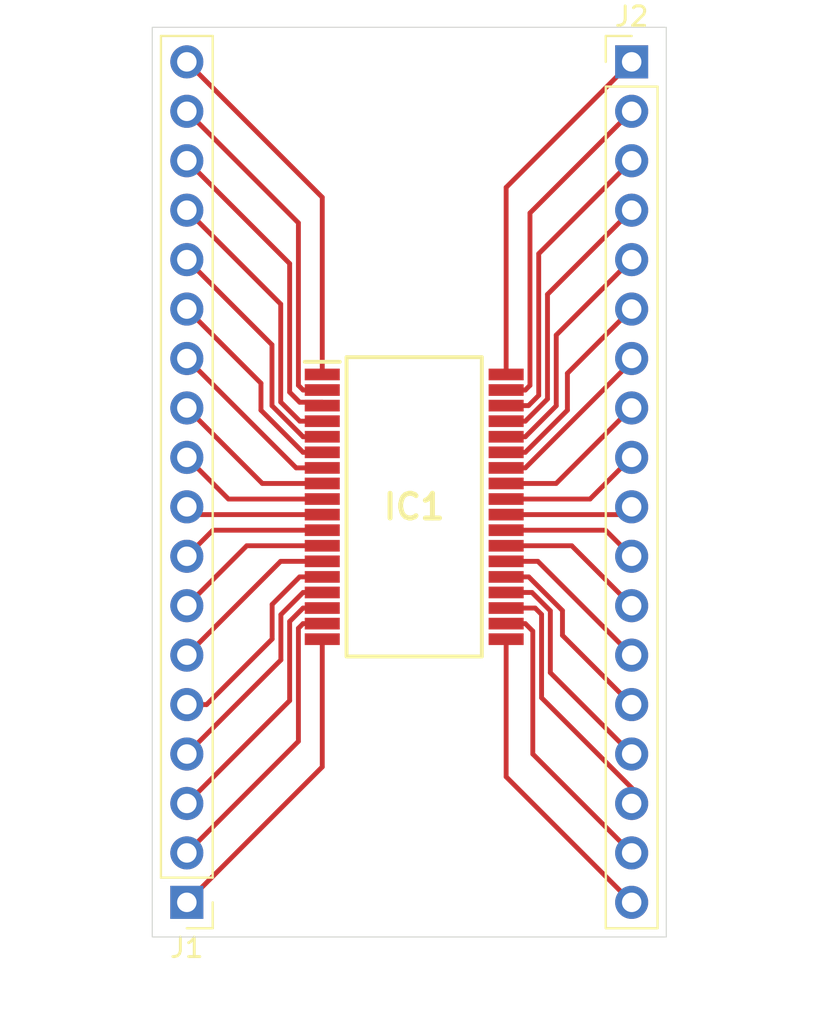
<source format=kicad_pcb>
(kicad_pcb (version 20171130) (host pcbnew "(5.1.9)-1")

  (general
    (thickness 1.6)
    (drawings 5)
    (tracks 112)
    (zones 0)
    (modules 3)
    (nets 37)
  )

  (page A4)
  (layers
    (0 F.Cu signal)
    (31 B.Cu signal)
    (32 B.Adhes user)
    (33 F.Adhes user)
    (34 B.Paste user)
    (35 F.Paste user)
    (36 B.SilkS user)
    (37 F.SilkS user)
    (38 B.Mask user)
    (39 F.Mask user)
    (40 Dwgs.User user)
    (41 Cmts.User user)
    (42 Eco1.User user)
    (43 Eco2.User user)
    (44 Edge.Cuts user)
    (45 Margin user)
    (46 B.CrtYd user)
    (47 F.CrtYd user)
    (48 B.Fab user)
    (49 F.Fab user)
  )

  (setup
    (last_trace_width 0.25)
    (trace_clearance 0.2)
    (zone_clearance 0.508)
    (zone_45_only no)
    (trace_min 0.2)
    (via_size 0.8)
    (via_drill 0.4)
    (via_min_size 0.4)
    (via_min_drill 0.3)
    (uvia_size 0.3)
    (uvia_drill 0.1)
    (uvias_allowed no)
    (uvia_min_size 0.2)
    (uvia_min_drill 0.1)
    (edge_width 0.05)
    (segment_width 0.2)
    (pcb_text_width 0.3)
    (pcb_text_size 1.5 1.5)
    (mod_edge_width 0.12)
    (mod_text_size 1 1)
    (mod_text_width 0.15)
    (pad_size 1.524 1.524)
    (pad_drill 0.762)
    (pad_to_mask_clearance 0)
    (aux_axis_origin 0 0)
    (visible_elements 7FFFFFFF)
    (pcbplotparams
      (layerselection 0x010fc_ffffffff)
      (usegerberextensions false)
      (usegerberattributes true)
      (usegerberadvancedattributes true)
      (creategerberjobfile true)
      (excludeedgelayer true)
      (linewidth 0.100000)
      (plotframeref false)
      (viasonmask false)
      (mode 1)
      (useauxorigin false)
      (hpglpennumber 1)
      (hpglpenspeed 20)
      (hpglpendiameter 15.000000)
      (psnegative false)
      (psa4output false)
      (plotreference true)
      (plotvalue true)
      (plotinvisibletext false)
      (padsonsilk false)
      (subtractmaskfromsilk false)
      (outputformat 1)
      (mirror false)
      (drillshape 0)
      (scaleselection 1)
      (outputdirectory "./"))
  )

  (net 0 "")
  (net 1 "Net-(IC1-Pad36)")
  (net 2 "Net-(IC1-Pad35)")
  (net 3 "Net-(IC1-Pad34)")
  (net 4 "Net-(IC1-Pad33)")
  (net 5 "Net-(IC1-Pad32)")
  (net 6 "Net-(IC1-Pad31)")
  (net 7 "Net-(IC1-Pad30)")
  (net 8 "Net-(IC1-Pad29)")
  (net 9 "Net-(IC1-Pad28)")
  (net 10 "Net-(IC1-Pad27)")
  (net 11 "Net-(IC1-Pad26)")
  (net 12 "Net-(IC1-Pad25)")
  (net 13 "Net-(IC1-Pad24)")
  (net 14 "Net-(IC1-Pad23)")
  (net 15 "Net-(IC1-Pad22)")
  (net 16 "Net-(IC1-Pad21)")
  (net 17 "Net-(IC1-Pad20)")
  (net 18 "Net-(IC1-Pad19)")
  (net 19 "Net-(IC1-Pad18)")
  (net 20 "Net-(IC1-Pad17)")
  (net 21 "Net-(IC1-Pad16)")
  (net 22 "Net-(IC1-Pad15)")
  (net 23 "Net-(IC1-Pad14)")
  (net 24 "Net-(IC1-Pad13)")
  (net 25 "Net-(IC1-Pad12)")
  (net 26 "Net-(IC1-Pad11)")
  (net 27 "Net-(IC1-Pad10)")
  (net 28 "Net-(IC1-Pad9)")
  (net 29 "Net-(IC1-Pad8)")
  (net 30 "Net-(IC1-Pad7)")
  (net 31 "Net-(IC1-Pad6)")
  (net 32 "Net-(IC1-Pad5)")
  (net 33 "Net-(IC1-Pad4)")
  (net 34 "Net-(IC1-Pad3)")
  (net 35 "Net-(IC1-Pad2)")
  (net 36 "Net-(IC1-Pad1)")

  (net_class Default "This is the default net class."
    (clearance 0.2)
    (trace_width 0.25)
    (via_dia 0.8)
    (via_drill 0.4)
    (uvia_dia 0.3)
    (uvia_drill 0.1)
    (add_net "Net-(IC1-Pad1)")
    (add_net "Net-(IC1-Pad10)")
    (add_net "Net-(IC1-Pad11)")
    (add_net "Net-(IC1-Pad12)")
    (add_net "Net-(IC1-Pad13)")
    (add_net "Net-(IC1-Pad14)")
    (add_net "Net-(IC1-Pad15)")
    (add_net "Net-(IC1-Pad16)")
    (add_net "Net-(IC1-Pad17)")
    (add_net "Net-(IC1-Pad18)")
    (add_net "Net-(IC1-Pad19)")
    (add_net "Net-(IC1-Pad2)")
    (add_net "Net-(IC1-Pad20)")
    (add_net "Net-(IC1-Pad21)")
    (add_net "Net-(IC1-Pad22)")
    (add_net "Net-(IC1-Pad23)")
    (add_net "Net-(IC1-Pad24)")
    (add_net "Net-(IC1-Pad25)")
    (add_net "Net-(IC1-Pad26)")
    (add_net "Net-(IC1-Pad27)")
    (add_net "Net-(IC1-Pad28)")
    (add_net "Net-(IC1-Pad29)")
    (add_net "Net-(IC1-Pad3)")
    (add_net "Net-(IC1-Pad30)")
    (add_net "Net-(IC1-Pad31)")
    (add_net "Net-(IC1-Pad32)")
    (add_net "Net-(IC1-Pad33)")
    (add_net "Net-(IC1-Pad34)")
    (add_net "Net-(IC1-Pad35)")
    (add_net "Net-(IC1-Pad36)")
    (add_net "Net-(IC1-Pad4)")
    (add_net "Net-(IC1-Pad5)")
    (add_net "Net-(IC1-Pad6)")
    (add_net "Net-(IC1-Pad7)")
    (add_net "Net-(IC1-Pad8)")
    (add_net "Net-(IC1-Pad9)")
  )

  (module Connector_PinHeader_2.54mm:PinHeader_1x18_P2.54mm_Vertical (layer F.Cu) (tedit 59FED5CC) (tstamp 60354DC2)
    (at 154.94 99.06 180)
    (descr "Through hole straight pin header, 1x18, 2.54mm pitch, single row")
    (tags "Through hole pin header THT 1x18 2.54mm single row")
    (path /60388272)
    (fp_text reference J1 (at 0 -2.33) (layer F.SilkS)
      (effects (font (size 1 1) (thickness 0.15)))
    )
    (fp_text value Conn_01x18_MountingPin (at 0 45.51) (layer F.Fab)
      (effects (font (size 1 1) (thickness 0.15)))
    )
    (fp_line (start -0.635 -1.27) (end 1.27 -1.27) (layer F.Fab) (width 0.1))
    (fp_line (start 1.27 -1.27) (end 1.27 44.45) (layer F.Fab) (width 0.1))
    (fp_line (start 1.27 44.45) (end -1.27 44.45) (layer F.Fab) (width 0.1))
    (fp_line (start -1.27 44.45) (end -1.27 -0.635) (layer F.Fab) (width 0.1))
    (fp_line (start -1.27 -0.635) (end -0.635 -1.27) (layer F.Fab) (width 0.1))
    (fp_line (start -1.33 44.51) (end 1.33 44.51) (layer F.SilkS) (width 0.12))
    (fp_line (start -1.33 1.27) (end -1.33 44.51) (layer F.SilkS) (width 0.12))
    (fp_line (start 1.33 1.27) (end 1.33 44.51) (layer F.SilkS) (width 0.12))
    (fp_line (start -1.33 1.27) (end 1.33 1.27) (layer F.SilkS) (width 0.12))
    (fp_line (start -1.33 0) (end -1.33 -1.33) (layer F.SilkS) (width 0.12))
    (fp_line (start -1.33 -1.33) (end 0 -1.33) (layer F.SilkS) (width 0.12))
    (fp_line (start -1.8 -1.8) (end -1.8 44.95) (layer F.CrtYd) (width 0.05))
    (fp_line (start -1.8 44.95) (end 1.8 44.95) (layer F.CrtYd) (width 0.05))
    (fp_line (start 1.8 44.95) (end 1.8 -1.8) (layer F.CrtYd) (width 0.05))
    (fp_line (start 1.8 -1.8) (end -1.8 -1.8) (layer F.CrtYd) (width 0.05))
    (fp_text user %R (at 0 21.59 90) (layer F.Fab)
      (effects (font (size 1 1) (thickness 0.15)))
    )
    (pad 18 thru_hole oval (at 0 43.18 180) (size 1.7 1.7) (drill 1) (layers *.Cu *.Mask)
      (net 36 "Net-(IC1-Pad1)"))
    (pad 17 thru_hole oval (at 0 40.64 180) (size 1.7 1.7) (drill 1) (layers *.Cu *.Mask)
      (net 35 "Net-(IC1-Pad2)"))
    (pad 16 thru_hole oval (at 0 38.1 180) (size 1.7 1.7) (drill 1) (layers *.Cu *.Mask)
      (net 34 "Net-(IC1-Pad3)"))
    (pad 15 thru_hole oval (at 0 35.56 180) (size 1.7 1.7) (drill 1) (layers *.Cu *.Mask)
      (net 33 "Net-(IC1-Pad4)"))
    (pad 14 thru_hole oval (at 0 33.02 180) (size 1.7 1.7) (drill 1) (layers *.Cu *.Mask)
      (net 32 "Net-(IC1-Pad5)"))
    (pad 13 thru_hole oval (at 0 30.48 180) (size 1.7 1.7) (drill 1) (layers *.Cu *.Mask)
      (net 31 "Net-(IC1-Pad6)"))
    (pad 12 thru_hole oval (at 0 27.94 180) (size 1.7 1.7) (drill 1) (layers *.Cu *.Mask)
      (net 30 "Net-(IC1-Pad7)"))
    (pad 11 thru_hole oval (at 0 25.4 180) (size 1.7 1.7) (drill 1) (layers *.Cu *.Mask)
      (net 29 "Net-(IC1-Pad8)"))
    (pad 10 thru_hole oval (at 0 22.86 180) (size 1.7 1.7) (drill 1) (layers *.Cu *.Mask)
      (net 28 "Net-(IC1-Pad9)"))
    (pad 9 thru_hole oval (at 0 20.32 180) (size 1.7 1.7) (drill 1) (layers *.Cu *.Mask)
      (net 27 "Net-(IC1-Pad10)"))
    (pad 8 thru_hole oval (at 0 17.78 180) (size 1.7 1.7) (drill 1) (layers *.Cu *.Mask)
      (net 26 "Net-(IC1-Pad11)"))
    (pad 7 thru_hole oval (at 0 15.24 180) (size 1.7 1.7) (drill 1) (layers *.Cu *.Mask)
      (net 25 "Net-(IC1-Pad12)"))
    (pad 6 thru_hole oval (at 0 12.7 180) (size 1.7 1.7) (drill 1) (layers *.Cu *.Mask)
      (net 24 "Net-(IC1-Pad13)"))
    (pad 5 thru_hole oval (at 0 10.16 180) (size 1.7 1.7) (drill 1) (layers *.Cu *.Mask)
      (net 23 "Net-(IC1-Pad14)"))
    (pad 4 thru_hole oval (at 0 7.62 180) (size 1.7 1.7) (drill 1) (layers *.Cu *.Mask)
      (net 22 "Net-(IC1-Pad15)"))
    (pad 3 thru_hole oval (at 0 5.08 180) (size 1.7 1.7) (drill 1) (layers *.Cu *.Mask)
      (net 21 "Net-(IC1-Pad16)"))
    (pad 2 thru_hole oval (at 0 2.54 180) (size 1.7 1.7) (drill 1) (layers *.Cu *.Mask)
      (net 20 "Net-(IC1-Pad17)"))
    (pad 1 thru_hole rect (at 0 0 180) (size 1.7 1.7) (drill 1) (layers *.Cu *.Mask)
      (net 19 "Net-(IC1-Pad18)"))
    (model ${KISYS3DMOD}/Connector_PinHeader_2.54mm.3dshapes/PinHeader_1x18_P2.54mm_Vertical.wrl
      (at (xyz 0 0 0))
      (scale (xyz 1 1 1))
      (rotate (xyz 0 0 0))
    )
  )

  (module Connector_PinHeader_2.54mm:PinHeader_1x18_P2.54mm_Vertical (layer F.Cu) (tedit 59FED5CC) (tstamp 60354032)
    (at 177.8 55.88)
    (descr "Through hole straight pin header, 1x18, 2.54mm pitch, single row")
    (tags "Through hole pin header THT 1x18 2.54mm single row")
    (path /60386D7C)
    (fp_text reference J2 (at 0 -2.33) (layer F.SilkS)
      (effects (font (size 1 1) (thickness 0.15)))
    )
    (fp_text value Conn_01x18_MountingPin (at 0 45.51) (layer F.Fab)
      (effects (font (size 1 1) (thickness 0.15)))
    )
    (fp_line (start -0.635 -1.27) (end 1.27 -1.27) (layer F.Fab) (width 0.1))
    (fp_line (start 1.27 -1.27) (end 1.27 44.45) (layer F.Fab) (width 0.1))
    (fp_line (start 1.27 44.45) (end -1.27 44.45) (layer F.Fab) (width 0.1))
    (fp_line (start -1.27 44.45) (end -1.27 -0.635) (layer F.Fab) (width 0.1))
    (fp_line (start -1.27 -0.635) (end -0.635 -1.27) (layer F.Fab) (width 0.1))
    (fp_line (start -1.33 44.51) (end 1.33 44.51) (layer F.SilkS) (width 0.12))
    (fp_line (start -1.33 1.27) (end -1.33 44.51) (layer F.SilkS) (width 0.12))
    (fp_line (start 1.33 1.27) (end 1.33 44.51) (layer F.SilkS) (width 0.12))
    (fp_line (start -1.33 1.27) (end 1.33 1.27) (layer F.SilkS) (width 0.12))
    (fp_line (start -1.33 0) (end -1.33 -1.33) (layer F.SilkS) (width 0.12))
    (fp_line (start -1.33 -1.33) (end 0 -1.33) (layer F.SilkS) (width 0.12))
    (fp_line (start -1.8 -1.8) (end -1.8 44.95) (layer F.CrtYd) (width 0.05))
    (fp_line (start -1.8 44.95) (end 1.8 44.95) (layer F.CrtYd) (width 0.05))
    (fp_line (start 1.8 44.95) (end 1.8 -1.8) (layer F.CrtYd) (width 0.05))
    (fp_line (start 1.8 -1.8) (end -1.8 -1.8) (layer F.CrtYd) (width 0.05))
    (fp_text user %R (at 0 21.59 90) (layer F.Fab)
      (effects (font (size 1 1) (thickness 0.15)))
    )
    (pad 18 thru_hole oval (at 0 43.18) (size 1.7 1.7) (drill 1) (layers *.Cu *.Mask)
      (net 18 "Net-(IC1-Pad19)"))
    (pad 17 thru_hole oval (at 0 40.64) (size 1.7 1.7) (drill 1) (layers *.Cu *.Mask)
      (net 17 "Net-(IC1-Pad20)"))
    (pad 16 thru_hole oval (at 0 38.1) (size 1.7 1.7) (drill 1) (layers *.Cu *.Mask)
      (net 16 "Net-(IC1-Pad21)"))
    (pad 15 thru_hole oval (at 0 35.56) (size 1.7 1.7) (drill 1) (layers *.Cu *.Mask)
      (net 15 "Net-(IC1-Pad22)"))
    (pad 14 thru_hole oval (at 0 33.02) (size 1.7 1.7) (drill 1) (layers *.Cu *.Mask)
      (net 14 "Net-(IC1-Pad23)"))
    (pad 13 thru_hole oval (at 0 30.48) (size 1.7 1.7) (drill 1) (layers *.Cu *.Mask)
      (net 13 "Net-(IC1-Pad24)"))
    (pad 12 thru_hole oval (at 0 27.94) (size 1.7 1.7) (drill 1) (layers *.Cu *.Mask)
      (net 12 "Net-(IC1-Pad25)"))
    (pad 11 thru_hole oval (at 0 25.4) (size 1.7 1.7) (drill 1) (layers *.Cu *.Mask)
      (net 11 "Net-(IC1-Pad26)"))
    (pad 10 thru_hole oval (at 0 22.86) (size 1.7 1.7) (drill 1) (layers *.Cu *.Mask)
      (net 10 "Net-(IC1-Pad27)"))
    (pad 9 thru_hole oval (at 0 20.32) (size 1.7 1.7) (drill 1) (layers *.Cu *.Mask)
      (net 9 "Net-(IC1-Pad28)"))
    (pad 8 thru_hole oval (at 0 17.78) (size 1.7 1.7) (drill 1) (layers *.Cu *.Mask)
      (net 8 "Net-(IC1-Pad29)"))
    (pad 7 thru_hole oval (at 0 15.24) (size 1.7 1.7) (drill 1) (layers *.Cu *.Mask)
      (net 7 "Net-(IC1-Pad30)"))
    (pad 6 thru_hole oval (at 0 12.7) (size 1.7 1.7) (drill 1) (layers *.Cu *.Mask)
      (net 6 "Net-(IC1-Pad31)"))
    (pad 5 thru_hole oval (at 0 10.16) (size 1.7 1.7) (drill 1) (layers *.Cu *.Mask)
      (net 5 "Net-(IC1-Pad32)"))
    (pad 4 thru_hole oval (at 0 7.62) (size 1.7 1.7) (drill 1) (layers *.Cu *.Mask)
      (net 4 "Net-(IC1-Pad33)"))
    (pad 3 thru_hole oval (at 0 5.08) (size 1.7 1.7) (drill 1) (layers *.Cu *.Mask)
      (net 3 "Net-(IC1-Pad34)"))
    (pad 2 thru_hole oval (at 0 2.54) (size 1.7 1.7) (drill 1) (layers *.Cu *.Mask)
      (net 2 "Net-(IC1-Pad35)"))
    (pad 1 thru_hole rect (at 0 0) (size 1.7 1.7) (drill 1) (layers *.Cu *.Mask)
      (net 1 "Net-(IC1-Pad36)"))
    (model ${KISYS3DMOD}/Connector_PinHeader_2.54mm.3dshapes/PinHeader_1x18_P2.54mm_Vertical.wrl
      (at (xyz 0 0 0))
      (scale (xyz 1 1 1))
      (rotate (xyz 0 0 0))
    )
  )

  (module MAX6955AAX+:SOP80P1030X264-36N (layer F.Cu) (tedit 6034DC4D) (tstamp 60355130)
    (at 166.624 78.74)
    (descr "MAX 36 SSOP")
    (tags "Integrated Circuit")
    (path /60385508)
    (attr smd)
    (fp_text reference IC1 (at 0 0) (layer F.SilkS)
      (effects (font (size 1.27 1.27) (thickness 0.254)))
    )
    (fp_text value MAX6955AAX+ (at 0 0) (layer F.SilkS) hide
      (effects (font (size 1.27 1.27) (thickness 0.254)))
    )
    (fp_line (start -5.625 -7.45) (end -3.825 -7.45) (layer F.SilkS) (width 0.2))
    (fp_line (start -3.475 7.688) (end -3.475 -7.688) (layer F.SilkS) (width 0.2))
    (fp_line (start 3.475 7.688) (end -3.475 7.688) (layer F.SilkS) (width 0.2))
    (fp_line (start 3.475 -7.688) (end 3.475 7.688) (layer F.SilkS) (width 0.2))
    (fp_line (start -3.475 -7.688) (end 3.475 -7.688) (layer F.SilkS) (width 0.2))
    (fp_line (start -3.75 -6.888) (end -2.95 -7.688) (layer Dwgs.User) (width 0.1))
    (fp_line (start -3.75 7.688) (end -3.75 -7.688) (layer Dwgs.User) (width 0.1))
    (fp_line (start 3.75 7.688) (end -3.75 7.688) (layer Dwgs.User) (width 0.1))
    (fp_line (start 3.75 -7.688) (end 3.75 7.688) (layer Dwgs.User) (width 0.1))
    (fp_line (start -3.75 -7.688) (end 3.75 -7.688) (layer Dwgs.User) (width 0.1))
    (fp_line (start -5.875 8.025) (end -5.875 -8.025) (layer Dwgs.User) (width 0.05))
    (fp_line (start 5.875 8.025) (end -5.875 8.025) (layer Dwgs.User) (width 0.05))
    (fp_line (start 5.875 -8.025) (end 5.875 8.025) (layer Dwgs.User) (width 0.05))
    (fp_line (start -5.875 -8.025) (end 5.875 -8.025) (layer Dwgs.User) (width 0.05))
    (pad 36 smd rect (at 4.725 -6.8 90) (size 0.6 1.8) (layers F.Cu F.Paste F.Mask)
      (net 1 "Net-(IC1-Pad36)"))
    (pad 35 smd rect (at 4.725 -6 90) (size 0.6 1.8) (layers F.Cu F.Paste F.Mask)
      (net 2 "Net-(IC1-Pad35)"))
    (pad 34 smd rect (at 4.725 -5.2 90) (size 0.6 1.8) (layers F.Cu F.Paste F.Mask)
      (net 3 "Net-(IC1-Pad34)"))
    (pad 33 smd rect (at 4.725 -4.4 90) (size 0.6 1.8) (layers F.Cu F.Paste F.Mask)
      (net 4 "Net-(IC1-Pad33)"))
    (pad 32 smd rect (at 4.725 -3.6 90) (size 0.6 1.8) (layers F.Cu F.Paste F.Mask)
      (net 5 "Net-(IC1-Pad32)"))
    (pad 31 smd rect (at 4.725 -2.8 90) (size 0.6 1.8) (layers F.Cu F.Paste F.Mask)
      (net 6 "Net-(IC1-Pad31)"))
    (pad 30 smd rect (at 4.725 -2 90) (size 0.6 1.8) (layers F.Cu F.Paste F.Mask)
      (net 7 "Net-(IC1-Pad30)"))
    (pad 29 smd rect (at 4.725 -1.2 90) (size 0.6 1.8) (layers F.Cu F.Paste F.Mask)
      (net 8 "Net-(IC1-Pad29)"))
    (pad 28 smd rect (at 4.725 -0.4 90) (size 0.6 1.8) (layers F.Cu F.Paste F.Mask)
      (net 9 "Net-(IC1-Pad28)"))
    (pad 27 smd rect (at 4.725 0.4 90) (size 0.6 1.8) (layers F.Cu F.Paste F.Mask)
      (net 10 "Net-(IC1-Pad27)"))
    (pad 26 smd rect (at 4.725 1.2 90) (size 0.6 1.8) (layers F.Cu F.Paste F.Mask)
      (net 11 "Net-(IC1-Pad26)"))
    (pad 25 smd rect (at 4.725 2 90) (size 0.6 1.8) (layers F.Cu F.Paste F.Mask)
      (net 12 "Net-(IC1-Pad25)"))
    (pad 24 smd rect (at 4.725 2.8 90) (size 0.6 1.8) (layers F.Cu F.Paste F.Mask)
      (net 13 "Net-(IC1-Pad24)"))
    (pad 23 smd rect (at 4.725 3.6 90) (size 0.6 1.8) (layers F.Cu F.Paste F.Mask)
      (net 14 "Net-(IC1-Pad23)"))
    (pad 22 smd rect (at 4.725 4.4 90) (size 0.6 1.8) (layers F.Cu F.Paste F.Mask)
      (net 15 "Net-(IC1-Pad22)"))
    (pad 21 smd rect (at 4.725 5.2 90) (size 0.6 1.8) (layers F.Cu F.Paste F.Mask)
      (net 16 "Net-(IC1-Pad21)"))
    (pad 20 smd rect (at 4.725 6 90) (size 0.6 1.8) (layers F.Cu F.Paste F.Mask)
      (net 17 "Net-(IC1-Pad20)"))
    (pad 19 smd rect (at 4.725 6.8 90) (size 0.6 1.8) (layers F.Cu F.Paste F.Mask)
      (net 18 "Net-(IC1-Pad19)"))
    (pad 18 smd rect (at -4.725 6.8 90) (size 0.6 1.8) (layers F.Cu F.Paste F.Mask)
      (net 19 "Net-(IC1-Pad18)"))
    (pad 17 smd rect (at -4.725 6 90) (size 0.6 1.8) (layers F.Cu F.Paste F.Mask)
      (net 20 "Net-(IC1-Pad17)"))
    (pad 16 smd rect (at -4.725 5.2 90) (size 0.6 1.8) (layers F.Cu F.Paste F.Mask)
      (net 21 "Net-(IC1-Pad16)"))
    (pad 15 smd rect (at -4.725 4.4 90) (size 0.6 1.8) (layers F.Cu F.Paste F.Mask)
      (net 22 "Net-(IC1-Pad15)"))
    (pad 14 smd rect (at -4.725 3.6 90) (size 0.6 1.8) (layers F.Cu F.Paste F.Mask)
      (net 23 "Net-(IC1-Pad14)"))
    (pad 13 smd rect (at -4.725 2.8 90) (size 0.6 1.8) (layers F.Cu F.Paste F.Mask)
      (net 24 "Net-(IC1-Pad13)"))
    (pad 12 smd rect (at -4.725 2 90) (size 0.6 1.8) (layers F.Cu F.Paste F.Mask)
      (net 25 "Net-(IC1-Pad12)"))
    (pad 11 smd rect (at -4.725 1.2 90) (size 0.6 1.8) (layers F.Cu F.Paste F.Mask)
      (net 26 "Net-(IC1-Pad11)"))
    (pad 10 smd rect (at -4.725 0.4 90) (size 0.6 1.8) (layers F.Cu F.Paste F.Mask)
      (net 27 "Net-(IC1-Pad10)"))
    (pad 9 smd rect (at -4.725 -0.4 90) (size 0.6 1.8) (layers F.Cu F.Paste F.Mask)
      (net 28 "Net-(IC1-Pad9)"))
    (pad 8 smd rect (at -4.725 -1.2 90) (size 0.6 1.8) (layers F.Cu F.Paste F.Mask)
      (net 29 "Net-(IC1-Pad8)"))
    (pad 7 smd rect (at -4.725 -2 90) (size 0.6 1.8) (layers F.Cu F.Paste F.Mask)
      (net 30 "Net-(IC1-Pad7)"))
    (pad 6 smd rect (at -4.725 -2.8 90) (size 0.6 1.8) (layers F.Cu F.Paste F.Mask)
      (net 31 "Net-(IC1-Pad6)"))
    (pad 5 smd rect (at -4.725 -3.6 90) (size 0.6 1.8) (layers F.Cu F.Paste F.Mask)
      (net 32 "Net-(IC1-Pad5)"))
    (pad 4 smd rect (at -4.725 -4.4 90) (size 0.6 1.8) (layers F.Cu F.Paste F.Mask)
      (net 33 "Net-(IC1-Pad4)"))
    (pad 3 smd rect (at -4.725 -5.2 90) (size 0.6 1.8) (layers F.Cu F.Paste F.Mask)
      (net 34 "Net-(IC1-Pad3)"))
    (pad 2 smd rect (at -4.725 -6 90) (size 0.6 1.8) (layers F.Cu F.Paste F.Mask)
      (net 35 "Net-(IC1-Pad2)"))
    (pad 1 smd rect (at -4.725 -6.8 90) (size 0.6 1.8) (layers F.Cu F.Paste F.Mask)
      (net 36 "Net-(IC1-Pad1)"))
  )

  (gr_line (start 153.162 100.838) (end 153.162 54.102) (layer Edge.Cuts) (width 0.05) (tstamp 6036592A))
  (gr_line (start 179.578 100.838) (end 153.162 100.838) (layer Edge.Cuts) (width 0.05))
  (gr_line (start 179.578 54.102) (end 179.578 100.838) (layer Edge.Cuts) (width 0.05))
  (gr_line (start 153.162 54.102) (end 179.578 54.102) (layer Edge.Cuts) (width 0.05))
  (dimension 22.86 (width 0.15) (layer Dwgs.User)
    (gr_text "22.860 mm" (at 166.37 105.948) (layer Dwgs.User)
      (effects (font (size 1 1) (thickness 0.15)))
    )
    (feature1 (pts (xy 177.8 99.06) (xy 177.8 105.234421)))
    (feature2 (pts (xy 154.94 99.06) (xy 154.94 105.234421)))
    (crossbar (pts (xy 154.94 104.648) (xy 177.8 104.648)))
    (arrow1a (pts (xy 177.8 104.648) (xy 176.673496 105.234421)))
    (arrow1b (pts (xy 177.8 104.648) (xy 176.673496 104.061579)))
    (arrow2a (pts (xy 154.94 104.648) (xy 156.066504 105.234421)))
    (arrow2b (pts (xy 154.94 104.648) (xy 156.066504 104.061579)))
  )

  (segment (start 171.349 62.331) (end 171.349 71.94) (width 0.25) (layer F.Cu) (net 1))
  (segment (start 177.8 55.88) (end 171.349 62.331) (width 0.25) (layer F.Cu) (net 1))
  (segment (start 172.334002 72.74) (end 171.349 72.74) (width 0.25) (layer F.Cu) (net 2))
  (segment (start 172.574001 72.500001) (end 172.334002 72.74) (width 0.25) (layer F.Cu) (net 2))
  (segment (start 172.574001 63.645999) (end 172.574001 72.500001) (width 0.25) (layer F.Cu) (net 2))
  (segment (start 177.8 58.42) (end 172.574001 63.645999) (width 0.25) (layer F.Cu) (net 2))
  (segment (start 173.02401 73.01499) (end 172.499 73.54) (width 0.25) (layer F.Cu) (net 3))
  (segment (start 172.499 73.54) (end 171.349 73.54) (width 0.25) (layer F.Cu) (net 3))
  (segment (start 173.02401 65.73599) (end 173.02401 73.01499) (width 0.25) (layer F.Cu) (net 3))
  (segment (start 177.8 60.96) (end 173.02401 65.73599) (width 0.25) (layer F.Cu) (net 3))
  (segment (start 172.33541 74.34) (end 171.349 74.34) (width 0.25) (layer F.Cu) (net 4))
  (segment (start 173.474019 73.201391) (end 172.33541 74.34) (width 0.25) (layer F.Cu) (net 4))
  (segment (start 173.474019 67.825981) (end 173.474019 73.201391) (width 0.25) (layer F.Cu) (net 4))
  (segment (start 177.8 63.5) (end 173.474019 67.825981) (width 0.25) (layer F.Cu) (net 4))
  (segment (start 172.334002 75.14) (end 171.349 75.14) (width 0.25) (layer F.Cu) (net 5))
  (segment (start 173.924028 73.549974) (end 172.334002 75.14) (width 0.25) (layer F.Cu) (net 5))
  (segment (start 173.924028 69.915972) (end 173.924028 73.549974) (width 0.25) (layer F.Cu) (net 5))
  (segment (start 177.8 66.04) (end 173.924028 69.915972) (width 0.25) (layer F.Cu) (net 5))
  (segment (start 174.498 73.776002) (end 172.334002 75.94) (width 0.25) (layer F.Cu) (net 6))
  (segment (start 174.498 71.882) (end 174.498 73.776002) (width 0.25) (layer F.Cu) (net 6))
  (segment (start 172.334002 75.94) (end 171.349 75.94) (width 0.25) (layer F.Cu) (net 6))
  (segment (start 177.8 68.58) (end 174.498 71.882) (width 0.25) (layer F.Cu) (net 6))
  (segment (start 172.334002 76.74) (end 171.349 76.74) (width 0.25) (layer F.Cu) (net 7))
  (segment (start 177.8 71.274002) (end 172.334002 76.74) (width 0.25) (layer F.Cu) (net 7))
  (segment (start 177.8 71.12) (end 177.8 71.274002) (width 0.25) (layer F.Cu) (net 7))
  (segment (start 173.92 77.54) (end 171.349 77.54) (width 0.25) (layer F.Cu) (net 8))
  (segment (start 177.8 73.66) (end 173.92 77.54) (width 0.25) (layer F.Cu) (net 8))
  (segment (start 175.66 78.34) (end 171.349 78.34) (width 0.25) (layer F.Cu) (net 9))
  (segment (start 177.8 76.2) (end 175.66 78.34) (width 0.25) (layer F.Cu) (net 9))
  (segment (start 177.4 79.14) (end 171.349 79.14) (width 0.25) (layer F.Cu) (net 10))
  (segment (start 177.8 78.74) (end 177.4 79.14) (width 0.25) (layer F.Cu) (net 10))
  (segment (start 176.46 79.94) (end 171.349 79.94) (width 0.25) (layer F.Cu) (net 11))
  (segment (start 177.8 81.28) (end 176.46 79.94) (width 0.25) (layer F.Cu) (net 11))
  (segment (start 174.72 80.74) (end 171.349 80.74) (width 0.25) (layer F.Cu) (net 12))
  (segment (start 177.8 83.82) (end 174.72 80.74) (width 0.25) (layer F.Cu) (net 12))
  (segment (start 172.98 81.54) (end 171.349 81.54) (width 0.25) (layer F.Cu) (net 13))
  (segment (start 177.8 86.36) (end 172.98 81.54) (width 0.25) (layer F.Cu) (net 13))
  (segment (start 174.244 84.07118) (end 172.51282 82.34) (width 0.25) (layer F.Cu) (net 14))
  (segment (start 172.51282 82.34) (end 171.349 82.34) (width 0.25) (layer F.Cu) (net 14))
  (segment (start 174.244 85.344) (end 174.244 84.07118) (width 0.25) (layer F.Cu) (net 14))
  (segment (start 177.8 88.9) (end 174.244 85.344) (width 0.25) (layer F.Cu) (net 14))
  (segment (start 172.67641 83.14) (end 171.349 83.14) (width 0.25) (layer F.Cu) (net 15))
  (segment (start 173.620019 84.083609) (end 172.67641 83.14) (width 0.25) (layer F.Cu) (net 15))
  (segment (start 173.62002 87.26002) (end 173.620019 84.083609) (width 0.25) (layer F.Cu) (net 15))
  (segment (start 177.8 91.44) (end 173.62002 87.26002) (width 0.25) (layer F.Cu) (net 15))
  (segment (start 173.17001 84.27001) (end 172.84 83.94) (width 0.25) (layer F.Cu) (net 16))
  (segment (start 172.84 83.94) (end 171.349 83.94) (width 0.25) (layer F.Cu) (net 16))
  (segment (start 173.17001 88.549012) (end 173.17001 84.27001) (width 0.25) (layer F.Cu) (net 16))
  (segment (start 177.8 93.179002) (end 173.17001 88.549012) (width 0.25) (layer F.Cu) (net 16))
  (segment (start 177.8 93.98) (end 177.8 93.179002) (width 0.25) (layer F.Cu) (net 16))
  (segment (start 172.334002 84.74) (end 171.349 84.74) (width 0.25) (layer F.Cu) (net 17))
  (segment (start 172.72 85.125998) (end 172.334002 84.74) (width 0.25) (layer F.Cu) (net 17))
  (segment (start 172.72 91.44) (end 172.72 85.125998) (width 0.25) (layer F.Cu) (net 17))
  (segment (start 177.8 96.52) (end 172.72 91.44) (width 0.25) (layer F.Cu) (net 17))
  (segment (start 171.349 92.609) (end 171.349 85.54) (width 0.25) (layer F.Cu) (net 18))
  (segment (start 177.8 99.06) (end 171.349 92.609) (width 0.25) (layer F.Cu) (net 18))
  (segment (start 161.899 92.101) (end 161.899 85.54) (width 0.25) (layer F.Cu) (net 19))
  (segment (start 154.94 99.06) (end 161.899 92.101) (width 0.25) (layer F.Cu) (net 19))
  (segment (start 160.913998 84.74) (end 161.899 84.74) (width 0.25) (layer F.Cu) (net 20))
  (segment (start 160.673999 84.979999) (end 160.913998 84.74) (width 0.25) (layer F.Cu) (net 20))
  (segment (start 160.673999 90.786001) (end 160.673999 84.979999) (width 0.25) (layer F.Cu) (net 20))
  (segment (start 154.94 96.52) (end 160.673999 90.786001) (width 0.25) (layer F.Cu) (net 20))
  (segment (start 160.913998 83.94) (end 161.899 83.94) (width 0.25) (layer F.Cu) (net 21))
  (segment (start 160.22399 84.630008) (end 160.913998 83.94) (width 0.25) (layer F.Cu) (net 21))
  (segment (start 160.22399 88.69601) (end 160.22399 84.630008) (width 0.25) (layer F.Cu) (net 21))
  (segment (start 154.94 93.98) (end 160.22399 88.69601) (width 0.25) (layer F.Cu) (net 21))
  (segment (start 160.913998 83.14) (end 161.899 83.14) (width 0.25) (layer F.Cu) (net 22))
  (segment (start 159.77398 84.280018) (end 160.913998 83.14) (width 0.25) (layer F.Cu) (net 22))
  (segment (start 159.77398 86.60602) (end 159.77398 84.280018) (width 0.25) (layer F.Cu) (net 22))
  (segment (start 154.94 91.44) (end 159.77398 86.60602) (width 0.25) (layer F.Cu) (net 22))
  (segment (start 160.738 82.34) (end 161.899 82.34) (width 0.25) (layer F.Cu) (net 23))
  (segment (start 159.32397 83.75403) (end 160.738 82.34) (width 0.25) (layer F.Cu) (net 23))
  (segment (start 159.32397 85.53203) (end 159.32397 83.75403) (width 0.25) (layer F.Cu) (net 23))
  (segment (start 155.956 88.9) (end 159.32397 85.53203) (width 0.25) (layer F.Cu) (net 23))
  (segment (start 154.94 88.9) (end 155.956 88.9) (width 0.25) (layer F.Cu) (net 23))
  (segment (start 159.76 81.54) (end 161.899 81.54) (width 0.25) (layer F.Cu) (net 24))
  (segment (start 154.94 86.36) (end 159.76 81.54) (width 0.25) (layer F.Cu) (net 24))
  (segment (start 158.02 80.74) (end 161.899 80.74) (width 0.25) (layer F.Cu) (net 25))
  (segment (start 154.94 83.82) (end 158.02 80.74) (width 0.25) (layer F.Cu) (net 25))
  (segment (start 156.28 79.94) (end 161.899 79.94) (width 0.25) (layer F.Cu) (net 26))
  (segment (start 154.94 81.28) (end 156.28 79.94) (width 0.25) (layer F.Cu) (net 26))
  (segment (start 155.34 79.14) (end 161.899 79.14) (width 0.25) (layer F.Cu) (net 27))
  (segment (start 154.94 78.74) (end 155.34 79.14) (width 0.25) (layer F.Cu) (net 27))
  (segment (start 157.08 78.34) (end 161.899 78.34) (width 0.25) (layer F.Cu) (net 28))
  (segment (start 154.94 76.2) (end 157.08 78.34) (width 0.25) (layer F.Cu) (net 28))
  (segment (start 158.82 77.54) (end 161.899 77.54) (width 0.25) (layer F.Cu) (net 29))
  (segment (start 154.94 73.66) (end 158.82 77.54) (width 0.25) (layer F.Cu) (net 29))
  (segment (start 160.56 76.74) (end 161.899 76.74) (width 0.25) (layer F.Cu) (net 30))
  (segment (start 154.94 71.12) (end 160.56 76.74) (width 0.25) (layer F.Cu) (net 30))
  (segment (start 160.913998 75.94) (end 161.899 75.94) (width 0.25) (layer F.Cu) (net 31))
  (segment (start 158.75 73.776002) (end 160.913998 75.94) (width 0.25) (layer F.Cu) (net 31))
  (segment (start 158.75 72.39) (end 158.75 73.776002) (width 0.25) (layer F.Cu) (net 31))
  (segment (start 154.94 68.58) (end 158.75 72.39) (width 0.25) (layer F.Cu) (net 31))
  (segment (start 160.91259 75.14) (end 161.899 75.14) (width 0.25) (layer F.Cu) (net 32))
  (segment (start 159.315991 73.543401) (end 160.91259 75.14) (width 0.25) (layer F.Cu) (net 32))
  (segment (start 159.31599 70.41599) (end 159.315991 73.543401) (width 0.25) (layer F.Cu) (net 32))
  (segment (start 154.94 66.04) (end 159.31599 70.41599) (width 0.25) (layer F.Cu) (net 32))
  (segment (start 159.766 68.326) (end 154.94 63.5) (width 0.25) (layer F.Cu) (net 33))
  (segment (start 159.766 73.357) (end 159.766 68.326) (width 0.25) (layer F.Cu) (net 33))
  (segment (start 160.749 74.34) (end 159.766 73.357) (width 0.25) (layer F.Cu) (net 33))
  (segment (start 161.899 74.34) (end 160.749 74.34) (width 0.25) (layer F.Cu) (net 33))
  (segment (start 161.899 73.365001) (end 161.899 73.54) (width 0.25) (layer F.Cu) (net 34))
  (segment (start 160.223989 72.849991) (end 160.738999 73.365001) (width 0.25) (layer F.Cu) (net 34))
  (segment (start 160.223989 66.243989) (end 160.223989 72.849991) (width 0.25) (layer F.Cu) (net 34))
  (segment (start 160.738999 73.365001) (end 161.899 73.365001) (width 0.25) (layer F.Cu) (net 34))
  (segment (start 154.94 60.96) (end 160.223989 66.243989) (width 0.25) (layer F.Cu) (net 34))
  (segment (start 160.913998 72.74) (end 161.899 72.74) (width 0.25) (layer F.Cu) (net 35))
  (segment (start 160.673999 72.500001) (end 160.913998 72.74) (width 0.25) (layer F.Cu) (net 35))
  (segment (start 160.673999 64.153999) (end 160.673999 72.500001) (width 0.25) (layer F.Cu) (net 35))
  (segment (start 154.94 58.42) (end 160.673999 64.153999) (width 0.25) (layer F.Cu) (net 35))
  (segment (start 161.899 62.839) (end 161.899 71.94) (width 0.25) (layer F.Cu) (net 36))
  (segment (start 154.94 55.88) (end 161.899 62.839) (width 0.25) (layer F.Cu) (net 36))

)

</source>
